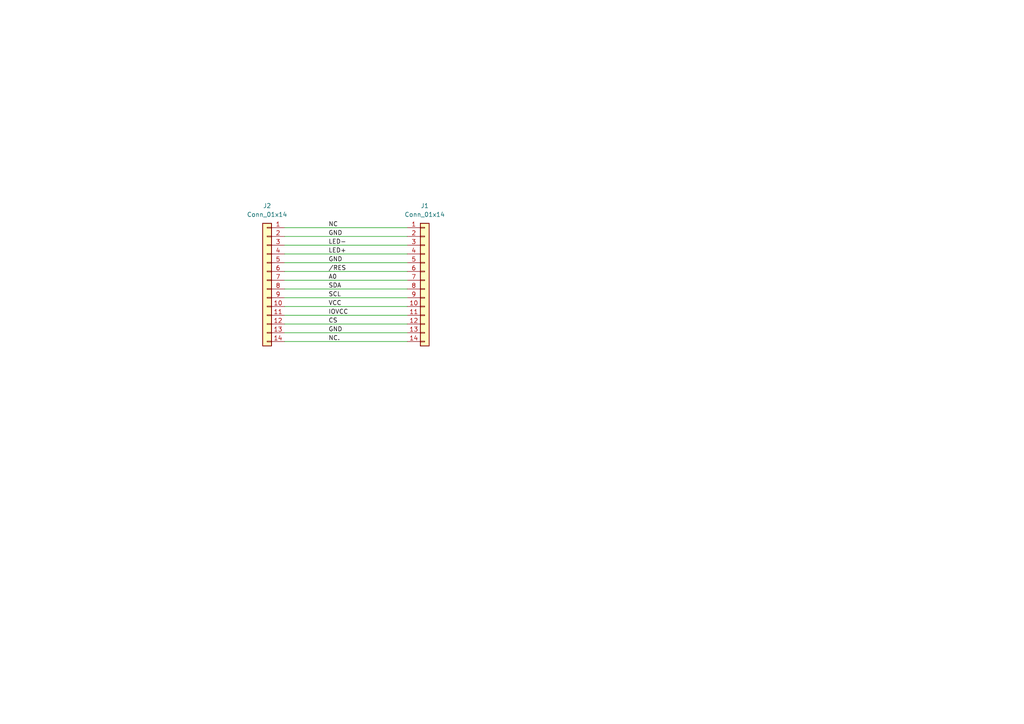
<source format=kicad_sch>
(kicad_sch (version 20231120) (generator "eeschema") (generator_version "8.0")
  (paper "A4")
  (lib_symbols
    (symbol "Connector_Generic:Conn_01x14" (pin_names (offset 1.016) hide)
      (property "Reference" "J" (at 0 17.78 0))
      (property "Value" "Conn_01x14" (at 0 -20.32 0))
      (symbol "Conn_01x14_1_1"
        (rectangle (start -1.27 -17.653) (end 0 -17.907) (stroke (width 0.1524)))
        (rectangle (start -1.27 -15.113) (end 0 -15.367) (stroke (width 0.1524)))
        (rectangle (start -1.27 -12.573) (end 0 -12.827) (stroke (width 0.1524)))
        (rectangle (start -1.27 -10.033) (end 0 -10.287) (stroke (width 0.1524)))
        (rectangle (start -1.27 -7.493) (end 0 -7.747) (stroke (width 0.1524)))
        (rectangle (start -1.27 -4.953) (end 0 -5.207) (stroke (width 0.1524)))
        (rectangle (start -1.27 -2.413) (end 0 -2.667) (stroke (width 0.1524)))
        (rectangle (start -1.27 0.127) (end 0 -0.127) (stroke (width 0.1524)))
        (rectangle (start -1.27 2.667) (end 0 2.413) (stroke (width 0.1524)))
        (rectangle (start -1.27 5.207) (end 0 4.953) (stroke (width 0.1524)))
        (rectangle (start -1.27 7.747) (end 0 7.493) (stroke (width 0.1524)))
        (rectangle (start -1.27 10.287) (end 0 10.033) (stroke (width 0.1524)))
        (rectangle (start -1.27 12.827) (end 0 12.573) (stroke (width 0.1524)))
        (rectangle (start -1.27 15.367) (end 0 15.113) (stroke (width 0.1524)))
        (rectangle (start -1.27 16.51) (end 1.27 -19.05) (stroke (width 0.254)) (fill (type background)))
        (pin passive line (at -5.08 15.24 0) (length 3.81) (name "Pin_1") (number "1"))
        (pin passive line (at -5.08 -7.62 0) (length 3.81) (name "Pin_10") (number "10"))
        (pin passive line (at -5.08 -10.16 0) (length 3.81) (name "Pin_11") (number "11"))
        (pin passive line (at -5.08 -12.7 0) (length 3.81) (name "Pin_12") (number "12"))
        (pin passive line (at -5.08 -15.24 0) (length 3.81) (name "Pin_13") (number "13"))
        (pin passive line (at -5.08 -17.78 0) (length 3.81) (name "Pin_14") (number "14"))
        (pin passive line (at -5.08 12.7 0) (length 3.81) (name "Pin_2") (number "2"))
        (pin passive line (at -5.08 10.16 0) (length 3.81) (name "Pin_3") (number "3"))
        (pin passive line (at -5.08 7.62 0) (length 3.81) (name "Pin_4") (number "4"))
        (pin passive line (at -5.08 5.08 0) (length 3.81) (name "Pin_5") (number "5"))
        (pin passive line (at -5.08 2.54 0) (length 3.81) (name "Pin_6") (number "6"))
        (pin passive line (at -5.08 0 0) (length 3.81) (name "Pin_7") (number "7"))
        (pin passive line (at -5.08 -2.54 0) (length 3.81) (name "Pin_8") (number "8"))
        (pin passive line (at -5.08 -5.08 0) (length 3.81) (name "Pin_9") (number "9"))
      )
    )
  )
  (wire (pts (xy 118.11 83.82) (xy 82.55 83.82)))
  (wire (pts (xy 82.55 96.52) (xy 118.11 96.52)))
  (wire (pts (xy 82.55 93.98) (xy 118.11 93.98)))
  (wire (pts (xy 82.55 91.44) (xy 118.11 91.44)))
  (wire (pts (xy 82.55 86.36) (xy 118.11 86.36)))
  (wire (pts (xy 118.11 76.2) (xy 82.55 76.2)))
  (wire (pts (xy 118.11 78.74) (xy 82.55 78.74)))
  (wire (pts (xy 118.11 81.28) (xy 82.55 81.28)))
  (wire (pts (xy 118.11 68.58) (xy 82.55 68.58)))
  (wire (pts (xy 82.55 88.9) (xy 118.11 88.9)))
  (wire (pts (xy 118.11 66.04) (xy 82.55 66.04)))
  (wire (pts (xy 82.55 99.06) (xy 118.11 99.06)))
  (wire (pts (xy 118.11 73.66) (xy 82.55 73.66)))
  (wire (pts (xy 118.11 71.12) (xy 82.55 71.12)))
  (label "GND" (at 95.25 96.52 0))
  (label "SCL" (at 95.25 86.36 0))
  (label "VCC" (at 95.25 88.9 0))
  (label "IOVCC" (at 95.25 91.44 0))
  (label "NC." (at 95.25 99.06 0))
  (label "GND" (at 95.25 76.2 0))
  (label "GND" (at 95.25 68.58 0))
  (label "{slash}RES" (at 95.25 78.74 0))
  (label "A0" (at 95.25 81.28 0))
  (label "SDA" (at 95.25 83.82 0))
  (label "NC" (at 95.25 66.04 0))
  (label "CS" (at 95.25 93.98 0))
  (label "LED-" (at 95.25 71.12 0))
  (label "LED+" (at 95.25 73.66 0))
  (symbol (lib_id "Connector_Generic:Conn_01x14") (at 123.19 81.28 0) (unit 1)
    (property "Reference" "J1" (at 123.19 59.69 0))
    (property "Value" "Conn_01x14" (at 123.19 62.23 0))
    (property "Footprint" "Connector_FFC-FPC:Hirose_FH12-14S-0.5SH_1x14-1MP_P0.50mm_Horizontal" (effects (hide yes)))
    (property "Description" "Generic connector, single row, 01x14, script generated (kicad-library-utils/schlib/autogen/connector/)" (effects (hide yes)))
  )
  (symbol (lib_id "Connector_Generic:Conn_01x14") (at 77.47 81.28 0) (mirror y) (unit 1)
    (property "Reference" "J2" (at 77.47 59.69 0))
    (property "Value" "Conn_01x14" (at 77.47 62.23 0))
    (property "Footprint" "Connector_PinHeader_1.27mm:PinHeader_1x14_P1.27mm_Horizontal" (effects (hide yes)))
    (property "Description" "Generic connector, single row, 01x14, script generated (kicad-library-utils/schlib/autogen/connector/)" (effects (hide yes)))
  )
)
</source>
